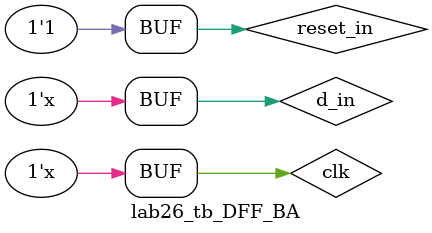
<source format=v>
`timescale 1ns / 1ps


module lab26_tb_DFF_BA( );

                    reg d_in;
                    reg clk;
                    reg reset_in;
                    wire q_out;

lab26_DFF_BA dut(
                     .d_in(d_in),
                    .clk(clk),
                    .reset_in(reset_in),
                    .q_out(q_out)
                    );
 
 initial begin
 d_in = 1'b0;
 clk = 1'b0;
 reset_in = 1'b1;
 #50 reset_in = 1'b0;
 #10 reset_in = 1'b1;
 end
 always #7 d_in = ~d_in;
 always #10 clk = ~clk;
endmodule

</source>
